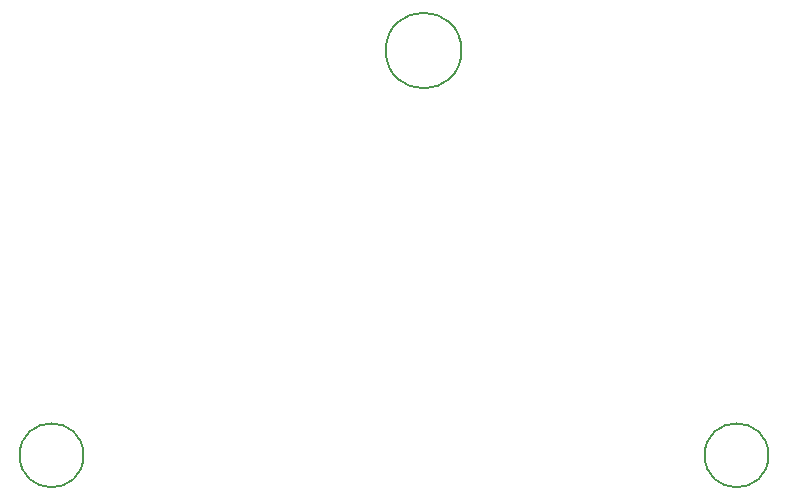
<source format=gbr>
G04 #@! TF.GenerationSoftware,KiCad,Pcbnew,(5.1.4)-1*
G04 #@! TF.CreationDate,2020-02-08T10:20:26-06:00*
G04 #@! TF.ProjectId,Jetson_Addon,4a657473-6f6e-45f4-9164-646f6e2e6b69,rev?*
G04 #@! TF.SameCoordinates,Original*
G04 #@! TF.FileFunction,Other,Comment*
%FSLAX46Y46*%
G04 Gerber Fmt 4.6, Leading zero omitted, Abs format (unit mm)*
G04 Created by KiCad (PCBNEW (5.1.4)-1) date 2020-02-08 10:20:26*
%MOMM*%
%LPD*%
G04 APERTURE LIST*
%ADD10C,0.150000*%
G04 APERTURE END LIST*
D10*
X134700000Y-115730000D02*
G75*
G03X134700000Y-115730000I-3200000J0D01*
G01*
X160700000Y-150000000D02*
G75*
G03X160700000Y-150000000I-2700000J0D01*
G01*
X102700000Y-150000000D02*
G75*
G03X102700000Y-150000000I-2700000J0D01*
G01*
M02*

</source>
